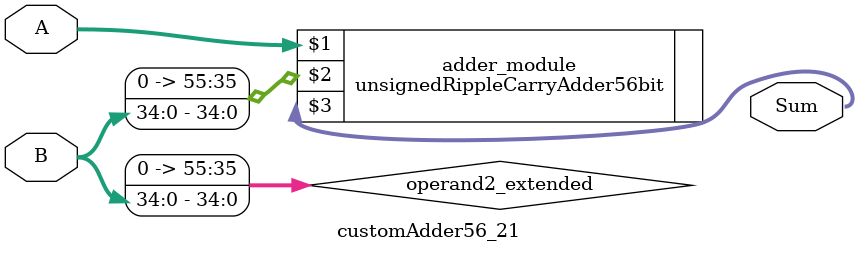
<source format=v>
module customAdder56_21(
                        input [55 : 0] A,
                        input [34 : 0] B,
                        
                        output [56 : 0] Sum
                );

        wire [55 : 0] operand2_extended;
        
        assign operand2_extended =  {21'b0, B};
        
        unsignedRippleCarryAdder56bit adder_module(
            A,
            operand2_extended,
            Sum
        );
        
        endmodule
        
</source>
